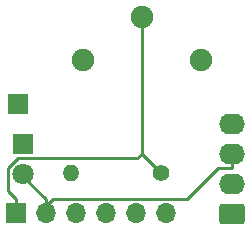
<source format=gbr>
%TF.GenerationSoftware,KiCad,Pcbnew,7.0.2*%
%TF.CreationDate,2023-12-05T19:44:14+00:00*%
%TF.ProjectId,rxhardware,72786861-7264-4776-9172-652e6b696361,rev?*%
%TF.SameCoordinates,Original*%
%TF.FileFunction,Copper,L2,Bot*%
%TF.FilePolarity,Positive*%
%FSLAX46Y46*%
G04 Gerber Fmt 4.6, Leading zero omitted, Abs format (unit mm)*
G04 Created by KiCad (PCBNEW 7.0.2) date 2023-12-05 19:44:14*
%MOMM*%
%LPD*%
G01*
G04 APERTURE LIST*
G04 Aperture macros list*
%AMRoundRect*
0 Rectangle with rounded corners*
0 $1 Rounding radius*
0 $2 $3 $4 $5 $6 $7 $8 $9 X,Y pos of 4 corners*
0 Add a 4 corners polygon primitive as box body*
4,1,4,$2,$3,$4,$5,$6,$7,$8,$9,$2,$3,0*
0 Add four circle primitives for the rounded corners*
1,1,$1+$1,$2,$3*
1,1,$1+$1,$4,$5*
1,1,$1+$1,$6,$7*
1,1,$1+$1,$8,$9*
0 Add four rect primitives between the rounded corners*
20,1,$1+$1,$2,$3,$4,$5,0*
20,1,$1+$1,$4,$5,$6,$7,0*
20,1,$1+$1,$6,$7,$8,$9,0*
20,1,$1+$1,$8,$9,$2,$3,0*%
G04 Aperture macros list end*
%TA.AperFunction,ComponentPad*%
%ADD10RoundRect,0.250000X0.845000X-0.620000X0.845000X0.620000X-0.845000X0.620000X-0.845000X-0.620000X0*%
%TD*%
%TA.AperFunction,ComponentPad*%
%ADD11O,2.190000X1.740000*%
%TD*%
%TA.AperFunction,ComponentPad*%
%ADD12C,1.900000*%
%TD*%
%TA.AperFunction,ComponentPad*%
%ADD13R,1.700000X1.700000*%
%TD*%
%TA.AperFunction,ComponentPad*%
%ADD14O,1.700000X1.700000*%
%TD*%
%TA.AperFunction,ComponentPad*%
%ADD15C,1.400000*%
%TD*%
%TA.AperFunction,ComponentPad*%
%ADD16O,1.400000X1.400000*%
%TD*%
%TA.AperFunction,ComponentPad*%
%ADD17R,1.800000X1.800000*%
%TD*%
%TA.AperFunction,ComponentPad*%
%ADD18C,1.800000*%
%TD*%
%TA.AperFunction,Conductor*%
%ADD19C,0.250000*%
%TD*%
G04 APERTURE END LIST*
D10*
%TO.P,J2,1,Pin_1*%
%TO.N,Net-(J1-Pin_4)*%
X167767000Y-97318000D03*
D11*
%TO.P,J2,2,Pin_2*%
%TO.N,Net-(BT1--)*%
X167767000Y-94778000D03*
%TO.P,J2,3,Pin_3*%
%TO.N,Net-(D1-A)*%
X167767000Y-92238000D03*
%TO.P,J2,4,Pin_4*%
%TO.N,Net-(BT1-+)*%
X167767000Y-89698000D03*
%TD*%
D12*
%TO.P,BT1,1,+*%
%TO.N,Net-(BT1-+)*%
X165179000Y-84299000D03*
X155179000Y-84299000D03*
%TO.P,BT1,2,-*%
%TO.N,Net-(BT1--)*%
X160179000Y-80599000D03*
%TD*%
D13*
%TO.P,J1,1,Pin_1*%
%TO.N,Net-(BT1--)*%
X149500000Y-97241000D03*
D14*
%TO.P,J1,2,Pin_2*%
%TO.N,Net-(D1-A)*%
X152040000Y-97241000D03*
%TO.P,J1,3,Pin_3*%
%TO.N,unconnected-(J1-Pin_3-Pad3)*%
X154580000Y-97241000D03*
%TO.P,J1,4,Pin_4*%
%TO.N,Net-(J1-Pin_4)*%
X157120000Y-97241000D03*
%TO.P,J1,5,Pin_5*%
%TO.N,unconnected-(J1-Pin_5-Pad5)*%
X159660000Y-97241000D03*
%TO.P,J1,6,Pin_6*%
%TO.N,Net-(AE1-A)*%
X162200000Y-97241000D03*
%TD*%
D15*
%TO.P,R1,1*%
%TO.N,Net-(BT1--)*%
X161785000Y-93807000D03*
D16*
%TO.P,R1,2*%
%TO.N,Net-(D1-K)*%
X154165000Y-93807000D03*
%TD*%
D13*
%TO.P,AE1,1,A*%
%TO.N,Net-(AE1-A)*%
X149630000Y-88016000D03*
%TD*%
D17*
%TO.P,D1,1,K*%
%TO.N,Net-(D1-K)*%
X150108000Y-91371000D03*
D18*
%TO.P,D1,2,A*%
%TO.N,Net-(D1-A)*%
X150108000Y-93911000D03*
%TD*%
D19*
%TO.N,Net-(D1-A)*%
X150108000Y-94133700D02*
X152040000Y-96065700D01*
X150108000Y-93911000D02*
X150108000Y-94133700D01*
X152040000Y-97241000D02*
X152040000Y-96653300D01*
X152040000Y-96653300D02*
X152040000Y-96065700D01*
X166571700Y-93433300D02*
X167767000Y-93433300D01*
X163939400Y-96065600D02*
X166571700Y-93433300D01*
X152627700Y-96065600D02*
X163939400Y-96065600D01*
X152040000Y-96653300D02*
X152627700Y-96065600D01*
X167767000Y-92238000D02*
X167767000Y-93433300D01*
%TO.N,Net-(BT1--)*%
X149500000Y-97241000D02*
X149500000Y-96065700D01*
X159783600Y-92596400D02*
X160179000Y-92201000D01*
X149663600Y-92596400D02*
X159783600Y-92596400D01*
X148825600Y-93434400D02*
X149663600Y-92596400D01*
X148825600Y-95391300D02*
X148825600Y-93434400D01*
X149500000Y-96065700D02*
X148825600Y-95391300D01*
X161785000Y-93807000D02*
X160179000Y-92201000D01*
X160179000Y-92201000D02*
X160179000Y-80599000D01*
%TD*%
M02*

</source>
